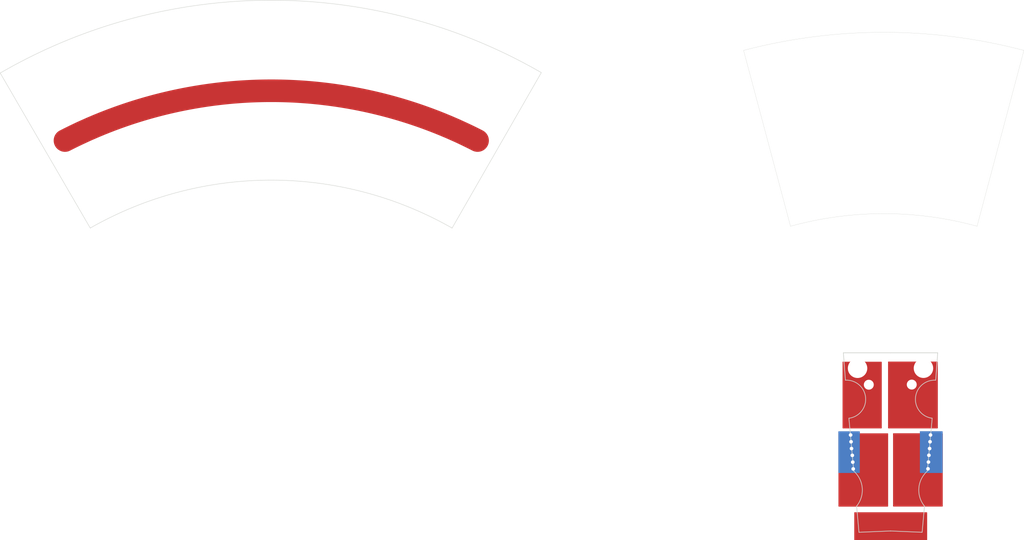
<source format=kicad_pcb>
(kicad_pcb (version 20211014) (generator pcbnew)
  (layers (0 "F.Cu" signal) (31 "B.Cu" signal) (34 "B.Paste" user) (35 "F.Paste" user) (36 "B.SilkS" user "B.Silkscreen") (37 "F.SilkS" user "F.Silkscreen") (38 "B.Mask" user) (39 "F.Mask" user) (44 "Edge.Cuts" user))
  (net 0 "")
  (footprint "MountingHole:MountingHole_2.2mm_M2" (layer "F.Cu") (at 220.545 110.775)
    (fp_text reference "REF**" hide)
    (fp_text value "MountingHole_2.2mm_M2")
    (pad "" np_thru_hole circle locked (at 0 0) (size 2.2 2.2) (drill 2.2) (layers *.Cu *.Mask))
  )
  (footprint "" (layer "F.Cu") (at 233.390061 44.383966 -30)
    (fp_text reference "" (at 0 0 150) (layer "F.SilkS") (effects (font (size 1.27 1.27))))
    (fp_text value "" (at 0 0 150) (layer "F.SilkS") (effects (font (size 1.27 1.27))))
    (pad "" np_thru_hole circle locked (at 0 0 330) (size 5.3 5.3) (drill 5.3) (layers *.Cu *.Mask))
  )
  (footprint "" (layer "F.Cu") (at 223.865347 43.121244 -30)
    (fp_text reference "" (at 0 0 150) (layer "F.SilkS") (effects (font (size 1.27 1.27))))
    (fp_text value "" (at 0 0 150) (layer "F.SilkS") (effects (font (size 1.27 1.27))))
    (pad "" np_thru_hole circle locked (at 0 0 330) (size 3.2 3.2) (drill 3.2) (layers *.Cu *.Mask))
  )
  (footprint "MountingHole:MountingHole_2.2mm_M2" (layer "F.Cu") (at 211.035 110.805)
    (fp_text reference "REF**" hide)
    (fp_text value "MountingHole_2.2mm_M2")
    (pad "" np_thru_hole circle locked (at 0 0) (size 2.2 2.2) (drill 2.2) (layers *.Cu *.Mask))
  )
  (footprint "" (layer "F.Cu") (at 207.005 121.935)
    (fp_text reference "" (at 0 0) (layer "F.SilkS") (effects (font (size 1.27 1.27))))
    (fp_text value "" (at 0 0) (layer "F.SilkS") (effects (font (size 1.27 1.27))))
    (pad "" np_thru_hole circle locked (at 0 0) (size 1.5 1.5) (drill 0.8) (layers F&B.Cu *.Mask))
  )
  (footprint "" (layer "F.Cu") (at 221.42279 36.760797 -30)
    (fp_text reference "" (at 0 0 150) (layer "F.SilkS") (effects (font (size 1.27 1.27))))
    (fp_text value "" (at 0 0 150) (layer "F.SilkS") (effects (font (size 1.27 1.27))))
    (pad "" np_thru_hole circle locked (at 0 0 330) (size 4.3 4.3) (drill 4.3) (layers *.Cu *.Mask))
  )
  (footprint "" (layer "F.Cu") (at 207.105 123.435)
    (fp_text reference "" (at 0 0) (layer "F.SilkS") (effects (font (size 1.27 1.27))))
    (fp_text value "" (at 0 0) (layer "F.SilkS") (effects (font (size 1.27 1.27))))
    (pad "" np_thru_hole circle locked (at 0 0) (size 1.5 1.5) (drill 0.8) (layers F&B.Cu *.Mask))
  )
  (footprint "MountingHole:MountingHole_5.3mm_M5_ISO14580" (layer "F.Cu") (at 44.245817 62.251601)
    (fp_text reference "REF**" hide)
    (fp_text value "MountingHole_5.3mm_M5_ISO14580")
    (pad "" np_thru_hole circle locked (at 0 0) (size 5.3 5.3) (drill 5.3) (layers *.Cu *.Mask))
  )
  (footprint "MountingHole:MountingHole_3.2mm_M3_ISO7380" (layer "F.Cu") (at 32.155817 45.700409)
    (fp_text reference "REF**" hide)
    (fp_text value "MountingHole_3.2mm_M3_ISO7380")
    (pad "" np_thru_hole circle locked (at 0 0) (size 3.2 3.2) (drill 3.2) (layers *.Cu *.Mask))
  )
  (footprint "" (layer "F.Cu") (at 226.06 63.5 -30)
    (fp_text reference "" (at 0 0 150) (layer "F.SilkS") (effects (font (size 1.27 1.27))))
    (fp_text value "" (at 0 0 150) (layer "F.SilkS") (effects (font (size 1.27 1.27))))
    (pad "" np_thru_hole circle locked (at 0 0 330) (size 5.3 5.3) (drill 5.3) (layers *.Cu *.Mask))
  )
  (footprint "MountingHole:MountingHole_5.3mm_M5_ISO14580" (layer "F.Cu") (at 41.035817 42.031601)
    (fp_text reference "REF**" hide)
    (fp_text value "MountingHole_5.3mm_M5_ISO14580")
    (pad "" np_thru_hole circle locked (at 0 0) (size 5.3 5.3) (drill 5.3) (layers *.Cu *.Mask))
  )
  (footprint "" (layer "F.Cu") (at 207.585 129.445)
    (fp_text reference "" (at 0 0) (layer "F.SilkS") (effects (font (size 1.27 1.27))))
    (fp_text value "" (at 0 0) (layer "F.SilkS") (effects (font (size 1.27 1.27))))
    (pad "" np_thru_hole circle locked (at 0 0) (size 1.5 1.5) (drill 0.8) (layers F&B.Cu *.Mask))
  )
  (footprint "" (layer "F.Cu") (at 207.205 124.935)
    (fp_text reference "" (at 0 0) (layer "F.SilkS") (effects (font (size 1.27 1.27))))
    (fp_text value "" (at 0 0) (layer "F.SilkS") (effects (font (size 1.27 1.27))))
    (pad "" np_thru_hole circle locked (at 0 0) (size 1.5 1.5) (drill 0.8) (layers F&B.Cu *.Mask))
  )
  (footprint "MountingHole:MountingHole_4.3mm_M4_ISO7380" (layer "F.Cu") (at 26.860275 41.41338)
    (fp_text reference "REF**" hide)
    (fp_text value "MountingHole_4.3mm_M4_ISO7380")
    (pad "" np_thru_hole circle locked (at 0 0) (size 4.3 4.3) (drill 4.3) (layers *.Cu *.Mask))
  )
  (footprint "" (layer "F.Cu") (at 207.485 127.945)
    (fp_text reference "" (at 0 0) (layer "F.SilkS") (effects (font (size 1.27 1.27))))
    (fp_text value "" (at 0 0) (layer "F.SilkS") (effects (font (size 1.27 1.27))))
    (pad "" np_thru_hole circle locked (at 0 0) (size 1.5 1.5) (drill 0.8) (layers F&B.Cu *.Mask))
  )
  (footprint "MountingHole:MountingHole_5.3mm_M5_ISO14580" (layer "F.Cu") (at 226.06 63.5 -30)
    (fp_text reference "REF**" hide)
    (fp_text value "MountingHole_5.3mm_M5_ISO14580")
    (pad "" np_thru_hole circle locked (at 0 0 330) (size 5.3 5.3) (drill 5.3) (layers *.Cu *.Mask))
  )
  (footprint "" (layer "F.Cu") (at 207.385 126.445)
    (fp_text reference "" (at 0 0) (layer "F.SilkS") (effects (font (size 1.27 1.27))))
    (fp_text value "" (at 0 0) (layer "F.SilkS") (effects (font (size 1.27 1.27))))
    (pad "" np_thru_hole circle locked (at 0 0) (size 1.5 1.5) (drill 0.8) (layers F&B.Cu *.Mask))
  )
  (footprint "" (layer "B.Cu") (at 113.052417 62.221601 180)
    (fp_text reference "" (at 0 0) (layer "B.SilkS") (effects (font (size 1.27 1.27)) (justify mirror)))
    (fp_text value "" (at 0 0) (layer "B.SilkS") (effects (font (size 1.27 1.27)) (justify mirror)))
    (pad "" np_thru_hole circle locked (at 0 0 180) (size 5.3 5.3) (drill 5.3) (layers *.Cu *.Mask))
  )
  (footprint "" (layer "B.Cu") (at 224.495 124.935 180)
    (fp_text reference "" (at 0 0) (layer "B.SilkS") (effects (font (size 1.27 1.27)) (justify mirror)))
    (fp_text value "" (at 0 0) (layer "B.SilkS") (effects (font (size 1.27 1.27)) (justify mirror)))
    (pad "" np_thru_hole circle locked (at 0 0 180) (size 1.5 1.5) (drill 0.8) (layers F&B.Cu *.Mask))
  )
  (footprint "" (layer "B.Cu") (at 224.145 129.425 180)
    (fp_text reference "" (at 0 0) (layer "B.SilkS") (effects (font (size 1.27 1.27)) (justify mirror)))
    (fp_text value "" (at 0 0) (layer "B.SilkS") (effects (font (size 1.27 1.27)) (justify mirror)))
    (pad "" np_thru_hole circle locked (at 0 0 180) (size 1.5 1.5) (drill 0.8) (layers F&B.Cu *.Mask))
  )
  (footprint "" (layer "B.Cu") (at 207.169734 36.744643 -150)
    (fp_text reference "" (at 0 0 30) (layer "B.SilkS") (effects (font (size 1.27 1.27)) (justify mirror)))
    (fp_text value "" (at 0 0 30) (layer "B.SilkS") (effects (font (size 1.27 1.27)) (justify mirror)))
    (pad "" np_thru_hole circle locked (at 0 0 210) (size 4.3 4.3) (drill 4.3) (layers *.Cu *.Mask))
  )
  (footprint "" (layer "B.Cu") (at 224.695 121.935 180)
    (fp_text reference "" (at 0 0) (layer "B.SilkS") (effects (font (size 1.27 1.27)) (justify mirror)))
    (fp_text value "" (at 0 0) (layer "B.SilkS") (effects (font (size 1.27 1.27)) (justify mirror)))
    (pad "" np_thru_hole circle locked (at 0 0 180) (size 1.5 1.5) (drill 0.8) (layers F&B.Cu *.Mask))
  )
  (footprint "MountingHole:MountingHole_5.3mm_M5_ISO14580" (layer "B.Cu") (at 116.262417 42.001601 180)
    (fp_text reference "REF**" hide)
    (fp_text value "MountingHole_5.3mm_M5_ISO14580")
    (pad "" np_thru_hole circle locked (at 0 0 180) (size 5.3 5.3) (drill 5.3) (layers *.Cu *.Mask))
  )
  (footprint "" (layer "B.Cu") (at 224.245 127.925 180)
    (fp_text reference "" (at 0 0) (layer "B.SilkS") (effects (font (size 1.27 1.27)) (justify mirror)))
    (fp_text value "" (at 0 0) (layer "B.SilkS") (effects (font (size 1.27 1.27)) (justify mirror)))
    (pad "" np_thru_hole circle locked (at 0 0 180) (size 1.5 1.5) (drill 0.8) (layers F&B.Cu *.Mask))
  )
  (footprint "MountingHole:MountingHole_5.3mm_M5_ISO14580" (layer "B.Cu") (at 202.532524 63.483843 -150)
    (fp_text reference "REF**" hide)
    (fp_text value "MountingHole_5.3mm_M5_ISO14580")
    (pad "" np_thru_hole circle locked (at 0 0 210) (size 5.3 5.3) (drill 5.3) (layers *.Cu *.Mask))
  )
  (footprint "MountingHole:MountingHole_5.3mm_M5_ISO14580" (layer "B.Cu") (at 113.052417 62.221601 180)
    (fp_text reference "REF**" hide)
    (fp_text value "MountingHole_5.3mm_M5_ISO14580")
    (pad "" np_thru_hole circle locked (at 0 0 180) (size 5.3 5.3) (drill 5.3) (layers *.Cu *.Mask))
  )
  (footprint "" (layer "B.Cu") (at 204.727175 43.10509 -150)
    (fp_text reference "" (at 0 0 30) (layer "B.SilkS") (effects (font (size 1.27 1.27)) (justify mirror)))
    (fp_text value "" (at 0 0 30) (layer "B.SilkS") (effects (font (size 1.27 1.27)) (justify mirror)))
    (pad "" np_thru_hole circle locked (at 0 0 210) (size 3.2 3.2) (drill 3.2) (layers *.Cu *.Mask))
  )
  (footprint "MountingHole:MountingHole_3.2mm_M3_ISO7380" (layer "B.Cu") (at 125.142417 45.670409 180)
    (fp_text reference "REF**" hide)
    (fp_text value "MountingHole_3.2mm_M3_ISO7380")
    (pad "" np_thru_hole circle locked (at 0 0 180) (size 3.2 3.2) (drill 3.2) (layers *.Cu *.Mask))
  )
  (footprint "" (layer "B.Cu") (at 208.545 107.165 180)
    (fp_text reference "" (at 0 0) (layer "B.SilkS") (effects (font (size 1.27 1.27)) (justify mirror)))
    (fp_text value "" (at 0 0) (layer "B.SilkS") (effects (font (size 1.27 1.27)) (justify mirror)))
    (pad "" np_thru_hole circle locked (at 0 0 180) (size 4.3 4.3) (drill 4.3) (layers *.Cu *.Mask))
  )
  (footprint "" (layer "B.Cu") (at 223.135 107.155 180)
    (fp_text reference "" (at 0 0) (layer "B.SilkS") (effects (font (size 1.27 1.27)) (justify mirror)))
    (fp_text value "" (at 0 0) (layer "B.SilkS") (effects (font (size 1.27 1.27)) (justify mirror)))
    (pad "" np_thru_hole circle locked (at 0 0 180) (size 4.3 4.3) (drill 4.3) (layers *.Cu *.Mask))
  )
  (footprint "" (layer "B.Cu") (at 224.345 126.425 180)
    (fp_text reference "" (at 0 0) (layer "B.SilkS") (effects (font (size 1.27 1.27)) (justify mirror)))
    (fp_text value "" (at 0 0) (layer "B.SilkS") (effects (font (size 1.27 1.27)) (justify mirror)))
    (pad "" np_thru_hole circle locked (at 0 0 180) (size 1.5 1.5) (drill 0.8) (layers F&B.Cu *.Mask))
  )
  (footprint "" (layer "B.Cu") (at 224.595 123.435 180)
    (fp_text reference "" (at 0 0) (layer "B.SilkS") (effects (font (size 1.27 1.27)) (justify mirror)))
    (fp_text value "" (at 0 0) (layer "B.SilkS") (effects (font (size 1.27 1.27)) (justify mirror)))
    (pad "" np_thru_hole circle locked (at 0 0 180) (size 1.5 1.5) (drill 0.8) (layers F&B.Cu *.Mask))
  )
  (footprint "MountingHole:MountingHole_4.3mm_M4_ISO7380" (layer "B.Cu") (at 130.437959 41.38338 180)
    (fp_text reference "REF**" hide)
    (fp_text value "MountingHole_4.3mm_M4_ISO7380")
    (pad "" np_thru_hole circle locked (at 0 0 180) (size 4.3 4.3) (drill 4.3) (layers *.Cu *.Mask))
  )
  (footprint "" (layer "B.Cu") (at 195.202465 44.367809 -150)
    (fp_text reference "" (at 0 0 30) (layer "B.SilkS") (effects (font (size 1.27 1.27)) (justify mirror)))
    (fp_text value "" (at 0 0 30) (layer "B.SilkS") (effects (font (size 1.27 1.27)) (justify mirror)))
    (pad "" np_thru_hole circle locked (at 0 0 210) (size 5.3 5.3) (drill 5.3) (layers *.Cu *.Mask))
  )
  (footprint "" (layer "B.Cu") (at 202.532524 63.483843 -150)
    (fp_text reference "" (at 0 0 30) (layer "B.SilkS") (effects (font (size 1.27 1.27)) (justify mirror)))
    (fp_text value "" (at 0 0 30) (layer "B.SilkS") (effects (font (size 1.27 1.27)) (justify mirror)))
    (pad "" np_thru_hole circle locked (at 0 0 210) (size 5.3 5.3) (drill 5.3) (layers *.Cu *.Mask))
  )
  (gr_rect (start 215.4 105.785) (end 226.22 120.375) (layer "F.Cu") (width 0.2) (fill solid))
  (gr_rect (start 216.505 121.655) (end 227.305 137.685) (layer "F.Cu") (width 0.2) (fill solid))
  (gr_rect (start 204.415 121.665) (end 215.215 137.695) (layer "F.Cu") (width 0.2) (fill solid))
  (gr_arc (start 33.064129 56.742321) (mid 78.74 45.72) (end 124.415871 56.742323) (layer "F.Cu") (width 5))
  (gr_rect (start 205.325 105.815) (end 213.805 120.375) (layer "F.Cu") (width 0.2) (fill solid))
  (gr_rect (start 207.915 139.145) (end 223.855 145.125) (layer "F.Cu") (width 0.2) (fill solid))
  (gr_rect (start 222.445 121.205) (end 227.285 130.245) (layer "B.Cu") (width 0.2) (fill solid))
  (gr_rect (start 204.395 121.215) (end 208.945 130.245) (layer "B.Cu") (width 0.2) (fill solid))
  (gr_arc (start 205.860573 109.804965) (mid 210.325348 113.641874) (end 206.630573 118.224965) (layer "Edge.Cuts") (width 0.15))
  (gr_line (start 208.855 143.475) (end 215.845 143.185) (layer "Edge.Cuts") (width 0.15))
  (gr_line (start 215.855 143.185) (end 222.845 143.475) (layer "Edge.Cuts") (width 0.15))
  (gr_arc (start 18.726243 41.801099) (mid 78.613127 25.675403) (end 138.526399 41.702779) (layer "Edge.Cuts") (width 0.1))
  (gr_arc (start 225.069427 118.224965) (mid 221.374652 113.641874) (end 225.839427 109.804965) (layer "Edge.Cuts") (width 0.15))
  (gr_line (start 235.00472 75.714642) (end 245.380321 36.782481) (layer "Edge.Cuts") (width 0.05))
  (gr_arc (start 183.30972 36.784643) (mid 214.344881 32.780497) (end 245.380321 36.782481) (layer "Edge.Cuts") (width 0.05))
  (gr_line (start 225.839427 109.804965) (end 226.295 103.735) (layer "Edge.Cuts") (width 0.15))
  (gr_line (start 226.295 103.735) (end 215.895 103.735) (layer "Edge.Cuts") (width 0.15))
  (gr_line (start 193.699719 75.71464) (end 183.30972 36.784643) (layer "Edge.Cuts") (width 0.05))
  (gr_line (start 205.405 103.735) (end 205.860573 109.804965) (layer "Edge.Cuts") (width 0.15))
  (gr_line (start 222.845 143.475) (end 223.362913 137.679435) (layer "Edge.Cuts") (width 0.15))
  (gr_line (start 215.895 103.735) (end 205.405 103.735) (layer "Edge.Cuts") (width 0.15))
  (gr_arc (start 207.704999 129.935001) (mid 209.583556 133.679688) (end 208.337087 137.679435) (layer "Edge.Cuts") (width 0.15))
  (gr_line (start 138.526399 41.702779) (end 118.770822 76.121605) (layer "Edge.Cuts") (width 0.1))
  (gr_arc (start 223.362913 137.679435) (mid 222.116444 133.679688) (end 223.995001 129.935001) (layer "Edge.Cuts") (width 0.15))
  (gr_arc (start 193.699719 75.71464) (mid 214.35222 72.928251) (end 235.00472 75.714642) (layer "Edge.Cuts") (width 0.05))
  (gr_arc (start 38.65603 76.119346) (mid 78.713722 65.50689) (end 118.770817 76.121601) (layer "Edge.Cuts") (width 0.1))
  (gr_line (start 208.337087 137.679435) (end 208.855 143.475) (layer "Edge.Cuts") (width 0.15))
  (gr_line (start 223.995 129.935) (end 225.069427 118.224965) (layer "Edge.Cuts") (width 0.15))
  (gr_line (start 18.726241 41.8011) (end 38.65603 76.119346) (layer "Edge.Cuts") (width 0.1))
  (gr_line (start 206.630573 118.224965) (end 207.705 129.935) (layer "Edge.Cuts") (width 0.15))
)
</source>
